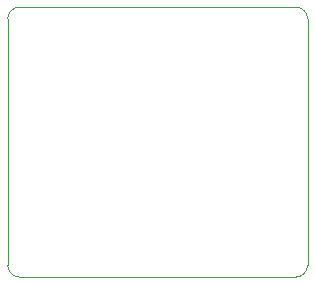
<source format=gbr>
%TF.GenerationSoftware,Altium Limited,Altium Designer,24.1.2 (44)*%
G04 Layer_Color=0*
%FSLAX45Y45*%
%MOMM*%
%TF.SameCoordinates,140E097B-8517-4C1D-959E-99074445C54D*%
%TF.FilePolarity,Positive*%
%TF.FileFunction,Profile,NP*%
%TF.Part,Single*%
G01*
G75*
%TA.AperFunction,Profile*%
%ADD37C,0.02540*%
D37*
X-1270000Y-1041400D02*
Y1041400D01*
D02*
G02*
X-1168400Y1143000I101600J0D01*
G01*
X1168400D01*
D02*
G02*
X1270000Y1041400I0J-101600D01*
G01*
Y-1041400D01*
D02*
G02*
X1168400Y-1143000I-101600J0D01*
G01*
X-1168400D01*
D02*
G02*
X-1270000Y-1041400I0J101600D01*
G01*
%TF.MD5,0919e5b9529b3c8168af5eb97bc270b1*%
M02*

</source>
